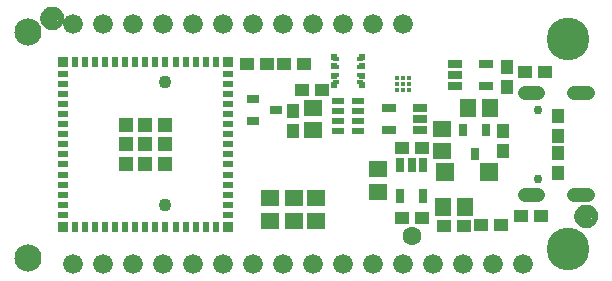
<source format=gbr>
G04 EAGLE Gerber RS-274X export*
G75*
%MOMM*%
%FSLAX34Y34*%
%LPD*%
%INSoldermask Top*%
%IPPOS*%
%AMOC8*
5,1,8,0,0,1.08239X$1,22.5*%
G01*
%ADD10C,2.301600*%
%ADD11R,1.601600X1.341600*%
%ADD12C,3.617600*%
%ADD13R,0.651600X1.301600*%
%ADD14R,1.501600X1.501600*%
%ADD15C,1.676400*%
%ADD16R,1.301600X0.651600*%
%ADD17R,1.176600X1.101600*%
%ADD18R,1.341600X1.601600*%
%ADD19R,0.736600X1.117600*%
%ADD20R,1.101600X1.176600*%
%ADD21C,1.209600*%
%ADD22C,0.751600*%
%ADD23R,0.508000X0.914400*%
%ADD24R,0.914400X0.508000*%
%ADD25R,0.914400X0.914400*%
%ADD26R,1.295400X1.295400*%
%ADD27C,1.601600*%
%ADD28C,0.376600*%
%ADD29R,0.601600X0.451600*%
%ADD30C,1.101600*%
%ADD31C,0.469900*%
%ADD32R,1.117600X0.736600*%
%ADD33R,1.001600X0.551600*%
%ADD34R,0.501600X0.501600*%


D10*
X25400Y18415D03*
X25400Y209550D03*
D11*
X376028Y108660D03*
X376028Y127660D03*
X250167Y49647D03*
X250167Y68647D03*
D12*
X482600Y203200D03*
X482600Y25400D03*
D13*
X359512Y96821D03*
X350012Y96821D03*
X340512Y96821D03*
X340512Y70819D03*
X359512Y70819D03*
D14*
X378502Y90932D03*
X415502Y90932D03*
D15*
X63500Y12700D03*
X88900Y12700D03*
X114300Y12700D03*
X139700Y12700D03*
X165100Y12700D03*
X190500Y12700D03*
X215900Y12700D03*
X241300Y12700D03*
X266700Y12700D03*
X292100Y12700D03*
X317500Y12700D03*
X342900Y12700D03*
X368300Y12700D03*
X393700Y12700D03*
X419100Y12700D03*
X444500Y12700D03*
X342900Y215900D03*
X317500Y215900D03*
X292100Y215900D03*
X266700Y215900D03*
X241300Y215900D03*
X215900Y215900D03*
X190500Y215900D03*
X165100Y215900D03*
X139700Y215900D03*
X114300Y215900D03*
X88900Y215900D03*
X63500Y215900D03*
D16*
X387049Y182728D03*
X387049Y173228D03*
X387049Y163728D03*
X413051Y163728D03*
X413051Y182728D03*
D17*
X459858Y54102D03*
X442858Y54102D03*
D18*
X397662Y144780D03*
X416662Y144780D03*
D17*
X446160Y175260D03*
X463160Y175260D03*
D11*
X269113Y49555D03*
X269113Y68555D03*
D17*
X342020Y111633D03*
X359020Y111633D03*
D18*
X376580Y61468D03*
X395580Y61468D03*
D19*
X403352Y106332D03*
X393852Y126332D03*
X412852Y126332D03*
D20*
X427228Y125848D03*
X427228Y108848D03*
D17*
X408822Y46228D03*
X425822Y46228D03*
D20*
X431038Y162950D03*
X431038Y179950D03*
D21*
X487890Y157500D02*
X498970Y157500D01*
X498970Y71100D02*
X487890Y71100D01*
X457170Y71100D02*
X446090Y71100D01*
X446090Y157500D02*
X457170Y157500D01*
D22*
X456630Y85400D03*
X456630Y143200D03*
D20*
X473710Y107306D03*
X473710Y90306D03*
X473710Y121675D03*
X473710Y138675D03*
D23*
X65151Y44300D03*
X65151Y184300D03*
X73651Y44300D03*
X73651Y184300D03*
X82151Y44300D03*
X82151Y184300D03*
X90651Y44300D03*
X90651Y184300D03*
X99151Y44300D03*
X99151Y184300D03*
X107651Y44300D03*
X107651Y184300D03*
X116151Y44300D03*
X116151Y184300D03*
X124651Y44300D03*
X124651Y184300D03*
X133151Y44300D03*
X133151Y184300D03*
X141651Y44300D03*
X141651Y184300D03*
X150151Y44300D03*
X150151Y184300D03*
X158651Y44300D03*
X158651Y184300D03*
X167151Y44300D03*
X167151Y184300D03*
X175651Y44300D03*
X175651Y184300D03*
X184151Y44300D03*
X184151Y184300D03*
D24*
X194651Y54800D03*
X194651Y63300D03*
X194651Y71800D03*
X194651Y80300D03*
X194651Y88800D03*
X194651Y97300D03*
X194651Y105800D03*
X194651Y114300D03*
X194651Y122800D03*
X194651Y131300D03*
X194651Y139800D03*
X194651Y148300D03*
X194651Y156800D03*
X194651Y165300D03*
X194651Y173800D03*
X54651Y54800D03*
X54651Y63300D03*
X54651Y71800D03*
X54651Y80300D03*
X54651Y88800D03*
X54651Y97300D03*
X54651Y105800D03*
X54651Y114300D03*
X54651Y122800D03*
X54651Y131300D03*
X54651Y139800D03*
X54651Y148300D03*
X54651Y156800D03*
X54651Y165300D03*
X54651Y173800D03*
D25*
X54651Y44300D03*
X54651Y184300D03*
D26*
X108151Y114300D03*
D25*
X194651Y44300D03*
X194651Y184300D03*
D26*
X124651Y114300D03*
X141151Y114300D03*
X108151Y97800D03*
X124651Y97800D03*
X141151Y97800D03*
X108151Y130800D03*
X124651Y130800D03*
X141151Y130800D03*
D27*
X350520Y36703D03*
D28*
X337900Y170100D03*
X337900Y165100D03*
X337900Y160100D03*
X342900Y170100D03*
X342900Y165100D03*
X342900Y160100D03*
X347900Y170100D03*
X347900Y165100D03*
X347900Y160100D03*
D17*
X394580Y45085D03*
X377580Y45085D03*
X210575Y182245D03*
X227575Y182245D03*
X241690Y182245D03*
X258690Y182245D03*
D11*
X230505Y49555D03*
X230505Y68555D03*
X321310Y74320D03*
X321310Y93320D03*
D17*
X359020Y52070D03*
X342020Y52070D03*
D29*
X306160Y186280D03*
X306160Y179780D03*
X306160Y173280D03*
X306160Y166780D03*
X285660Y166780D03*
X285660Y173280D03*
X285660Y179780D03*
X285660Y186280D03*
D30*
X141180Y62900D03*
X141180Y166900D03*
X497840Y53340D03*
D31*
X497840Y60840D02*
X497659Y60838D01*
X497478Y60831D01*
X497297Y60820D01*
X497116Y60805D01*
X496936Y60785D01*
X496756Y60761D01*
X496577Y60733D01*
X496399Y60700D01*
X496222Y60663D01*
X496045Y60622D01*
X495870Y60577D01*
X495695Y60527D01*
X495522Y60473D01*
X495351Y60415D01*
X495180Y60353D01*
X495012Y60286D01*
X494845Y60216D01*
X494679Y60142D01*
X494516Y60063D01*
X494355Y59981D01*
X494195Y59895D01*
X494038Y59805D01*
X493883Y59711D01*
X493730Y59614D01*
X493580Y59512D01*
X493432Y59408D01*
X493286Y59299D01*
X493144Y59188D01*
X493004Y59072D01*
X492867Y58954D01*
X492732Y58832D01*
X492601Y58707D01*
X492473Y58579D01*
X492348Y58448D01*
X492226Y58313D01*
X492108Y58176D01*
X491992Y58036D01*
X491881Y57894D01*
X491772Y57748D01*
X491668Y57600D01*
X491566Y57450D01*
X491469Y57297D01*
X491375Y57142D01*
X491285Y56985D01*
X491199Y56825D01*
X491117Y56664D01*
X491038Y56501D01*
X490964Y56335D01*
X490894Y56168D01*
X490827Y56000D01*
X490765Y55829D01*
X490707Y55658D01*
X490653Y55485D01*
X490603Y55310D01*
X490558Y55135D01*
X490517Y54958D01*
X490480Y54781D01*
X490447Y54603D01*
X490419Y54424D01*
X490395Y54244D01*
X490375Y54064D01*
X490360Y53883D01*
X490349Y53702D01*
X490342Y53521D01*
X490340Y53340D01*
X497840Y60840D02*
X498021Y60838D01*
X498202Y60831D01*
X498383Y60820D01*
X498564Y60805D01*
X498744Y60785D01*
X498924Y60761D01*
X499103Y60733D01*
X499281Y60700D01*
X499458Y60663D01*
X499635Y60622D01*
X499810Y60577D01*
X499985Y60527D01*
X500158Y60473D01*
X500329Y60415D01*
X500500Y60353D01*
X500668Y60286D01*
X500835Y60216D01*
X501001Y60142D01*
X501164Y60063D01*
X501325Y59981D01*
X501485Y59895D01*
X501642Y59805D01*
X501797Y59711D01*
X501950Y59614D01*
X502100Y59512D01*
X502248Y59408D01*
X502394Y59299D01*
X502536Y59188D01*
X502676Y59072D01*
X502813Y58954D01*
X502948Y58832D01*
X503079Y58707D01*
X503207Y58579D01*
X503332Y58448D01*
X503454Y58313D01*
X503572Y58176D01*
X503688Y58036D01*
X503799Y57894D01*
X503908Y57748D01*
X504012Y57600D01*
X504114Y57450D01*
X504211Y57297D01*
X504305Y57142D01*
X504395Y56985D01*
X504481Y56825D01*
X504563Y56664D01*
X504642Y56501D01*
X504716Y56335D01*
X504786Y56168D01*
X504853Y56000D01*
X504915Y55829D01*
X504973Y55658D01*
X505027Y55485D01*
X505077Y55310D01*
X505122Y55135D01*
X505163Y54958D01*
X505200Y54781D01*
X505233Y54603D01*
X505261Y54424D01*
X505285Y54244D01*
X505305Y54064D01*
X505320Y53883D01*
X505331Y53702D01*
X505338Y53521D01*
X505340Y53340D01*
X505338Y53159D01*
X505331Y52978D01*
X505320Y52797D01*
X505305Y52616D01*
X505285Y52436D01*
X505261Y52256D01*
X505233Y52077D01*
X505200Y51899D01*
X505163Y51722D01*
X505122Y51545D01*
X505077Y51370D01*
X505027Y51195D01*
X504973Y51022D01*
X504915Y50851D01*
X504853Y50680D01*
X504786Y50512D01*
X504716Y50345D01*
X504642Y50179D01*
X504563Y50016D01*
X504481Y49855D01*
X504395Y49695D01*
X504305Y49538D01*
X504211Y49383D01*
X504114Y49230D01*
X504012Y49080D01*
X503908Y48932D01*
X503799Y48786D01*
X503688Y48644D01*
X503572Y48504D01*
X503454Y48367D01*
X503332Y48232D01*
X503207Y48101D01*
X503079Y47973D01*
X502948Y47848D01*
X502813Y47726D01*
X502676Y47608D01*
X502536Y47492D01*
X502394Y47381D01*
X502248Y47272D01*
X502100Y47168D01*
X501950Y47066D01*
X501797Y46969D01*
X501642Y46875D01*
X501485Y46785D01*
X501325Y46699D01*
X501164Y46617D01*
X501001Y46538D01*
X500835Y46464D01*
X500668Y46394D01*
X500500Y46327D01*
X500329Y46265D01*
X500158Y46207D01*
X499985Y46153D01*
X499810Y46103D01*
X499635Y46058D01*
X499458Y46017D01*
X499281Y45980D01*
X499103Y45947D01*
X498924Y45919D01*
X498744Y45895D01*
X498564Y45875D01*
X498383Y45860D01*
X498202Y45849D01*
X498021Y45842D01*
X497840Y45840D01*
X497659Y45842D01*
X497478Y45849D01*
X497297Y45860D01*
X497116Y45875D01*
X496936Y45895D01*
X496756Y45919D01*
X496577Y45947D01*
X496399Y45980D01*
X496222Y46017D01*
X496045Y46058D01*
X495870Y46103D01*
X495695Y46153D01*
X495522Y46207D01*
X495351Y46265D01*
X495180Y46327D01*
X495012Y46394D01*
X494845Y46464D01*
X494679Y46538D01*
X494516Y46617D01*
X494355Y46699D01*
X494195Y46785D01*
X494038Y46875D01*
X493883Y46969D01*
X493730Y47066D01*
X493580Y47168D01*
X493432Y47272D01*
X493286Y47381D01*
X493144Y47492D01*
X493004Y47608D01*
X492867Y47726D01*
X492732Y47848D01*
X492601Y47973D01*
X492473Y48101D01*
X492348Y48232D01*
X492226Y48367D01*
X492108Y48504D01*
X491992Y48644D01*
X491881Y48786D01*
X491772Y48932D01*
X491668Y49080D01*
X491566Y49230D01*
X491469Y49383D01*
X491375Y49538D01*
X491285Y49695D01*
X491199Y49855D01*
X491117Y50016D01*
X491038Y50179D01*
X490964Y50345D01*
X490894Y50512D01*
X490827Y50680D01*
X490765Y50851D01*
X490707Y51022D01*
X490653Y51195D01*
X490603Y51370D01*
X490558Y51545D01*
X490517Y51722D01*
X490480Y51899D01*
X490447Y52077D01*
X490419Y52256D01*
X490395Y52436D01*
X490375Y52616D01*
X490360Y52797D01*
X490349Y52978D01*
X490342Y53159D01*
X490340Y53340D01*
D30*
X45720Y220980D03*
D31*
X45720Y228480D02*
X45539Y228478D01*
X45358Y228471D01*
X45177Y228460D01*
X44996Y228445D01*
X44816Y228425D01*
X44636Y228401D01*
X44457Y228373D01*
X44279Y228340D01*
X44102Y228303D01*
X43925Y228262D01*
X43750Y228217D01*
X43575Y228167D01*
X43402Y228113D01*
X43231Y228055D01*
X43060Y227993D01*
X42892Y227926D01*
X42725Y227856D01*
X42559Y227782D01*
X42396Y227703D01*
X42235Y227621D01*
X42075Y227535D01*
X41918Y227445D01*
X41763Y227351D01*
X41610Y227254D01*
X41460Y227152D01*
X41312Y227048D01*
X41166Y226939D01*
X41024Y226828D01*
X40884Y226712D01*
X40747Y226594D01*
X40612Y226472D01*
X40481Y226347D01*
X40353Y226219D01*
X40228Y226088D01*
X40106Y225953D01*
X39988Y225816D01*
X39872Y225676D01*
X39761Y225534D01*
X39652Y225388D01*
X39548Y225240D01*
X39446Y225090D01*
X39349Y224937D01*
X39255Y224782D01*
X39165Y224625D01*
X39079Y224465D01*
X38997Y224304D01*
X38918Y224141D01*
X38844Y223975D01*
X38774Y223808D01*
X38707Y223640D01*
X38645Y223469D01*
X38587Y223298D01*
X38533Y223125D01*
X38483Y222950D01*
X38438Y222775D01*
X38397Y222598D01*
X38360Y222421D01*
X38327Y222243D01*
X38299Y222064D01*
X38275Y221884D01*
X38255Y221704D01*
X38240Y221523D01*
X38229Y221342D01*
X38222Y221161D01*
X38220Y220980D01*
X45720Y228480D02*
X45901Y228478D01*
X46082Y228471D01*
X46263Y228460D01*
X46444Y228445D01*
X46624Y228425D01*
X46804Y228401D01*
X46983Y228373D01*
X47161Y228340D01*
X47338Y228303D01*
X47515Y228262D01*
X47690Y228217D01*
X47865Y228167D01*
X48038Y228113D01*
X48209Y228055D01*
X48380Y227993D01*
X48548Y227926D01*
X48715Y227856D01*
X48881Y227782D01*
X49044Y227703D01*
X49205Y227621D01*
X49365Y227535D01*
X49522Y227445D01*
X49677Y227351D01*
X49830Y227254D01*
X49980Y227152D01*
X50128Y227048D01*
X50274Y226939D01*
X50416Y226828D01*
X50556Y226712D01*
X50693Y226594D01*
X50828Y226472D01*
X50959Y226347D01*
X51087Y226219D01*
X51212Y226088D01*
X51334Y225953D01*
X51452Y225816D01*
X51568Y225676D01*
X51679Y225534D01*
X51788Y225388D01*
X51892Y225240D01*
X51994Y225090D01*
X52091Y224937D01*
X52185Y224782D01*
X52275Y224625D01*
X52361Y224465D01*
X52443Y224304D01*
X52522Y224141D01*
X52596Y223975D01*
X52666Y223808D01*
X52733Y223640D01*
X52795Y223469D01*
X52853Y223298D01*
X52907Y223125D01*
X52957Y222950D01*
X53002Y222775D01*
X53043Y222598D01*
X53080Y222421D01*
X53113Y222243D01*
X53141Y222064D01*
X53165Y221884D01*
X53185Y221704D01*
X53200Y221523D01*
X53211Y221342D01*
X53218Y221161D01*
X53220Y220980D01*
X53218Y220799D01*
X53211Y220618D01*
X53200Y220437D01*
X53185Y220256D01*
X53165Y220076D01*
X53141Y219896D01*
X53113Y219717D01*
X53080Y219539D01*
X53043Y219362D01*
X53002Y219185D01*
X52957Y219010D01*
X52907Y218835D01*
X52853Y218662D01*
X52795Y218491D01*
X52733Y218320D01*
X52666Y218152D01*
X52596Y217985D01*
X52522Y217819D01*
X52443Y217656D01*
X52361Y217495D01*
X52275Y217335D01*
X52185Y217178D01*
X52091Y217023D01*
X51994Y216870D01*
X51892Y216720D01*
X51788Y216572D01*
X51679Y216426D01*
X51568Y216284D01*
X51452Y216144D01*
X51334Y216007D01*
X51212Y215872D01*
X51087Y215741D01*
X50959Y215613D01*
X50828Y215488D01*
X50693Y215366D01*
X50556Y215248D01*
X50416Y215132D01*
X50274Y215021D01*
X50128Y214912D01*
X49980Y214808D01*
X49830Y214706D01*
X49677Y214609D01*
X49522Y214515D01*
X49365Y214425D01*
X49205Y214339D01*
X49044Y214257D01*
X48881Y214178D01*
X48715Y214104D01*
X48548Y214034D01*
X48380Y213967D01*
X48209Y213905D01*
X48038Y213847D01*
X47865Y213793D01*
X47690Y213743D01*
X47515Y213698D01*
X47338Y213657D01*
X47161Y213620D01*
X46983Y213587D01*
X46804Y213559D01*
X46624Y213535D01*
X46444Y213515D01*
X46263Y213500D01*
X46082Y213489D01*
X45901Y213482D01*
X45720Y213480D01*
X45539Y213482D01*
X45358Y213489D01*
X45177Y213500D01*
X44996Y213515D01*
X44816Y213535D01*
X44636Y213559D01*
X44457Y213587D01*
X44279Y213620D01*
X44102Y213657D01*
X43925Y213698D01*
X43750Y213743D01*
X43575Y213793D01*
X43402Y213847D01*
X43231Y213905D01*
X43060Y213967D01*
X42892Y214034D01*
X42725Y214104D01*
X42559Y214178D01*
X42396Y214257D01*
X42235Y214339D01*
X42075Y214425D01*
X41918Y214515D01*
X41763Y214609D01*
X41610Y214706D01*
X41460Y214808D01*
X41312Y214912D01*
X41166Y215021D01*
X41024Y215132D01*
X40884Y215248D01*
X40747Y215366D01*
X40612Y215488D01*
X40481Y215613D01*
X40353Y215741D01*
X40228Y215872D01*
X40106Y216007D01*
X39988Y216144D01*
X39872Y216284D01*
X39761Y216426D01*
X39652Y216572D01*
X39548Y216720D01*
X39446Y216870D01*
X39349Y217023D01*
X39255Y217178D01*
X39165Y217335D01*
X39079Y217495D01*
X38997Y217656D01*
X38918Y217819D01*
X38844Y217985D01*
X38774Y218152D01*
X38707Y218320D01*
X38645Y218491D01*
X38587Y218662D01*
X38533Y218835D01*
X38483Y219010D01*
X38438Y219185D01*
X38397Y219362D01*
X38360Y219539D01*
X38327Y219717D01*
X38299Y219896D01*
X38275Y220076D01*
X38255Y220256D01*
X38240Y220437D01*
X38229Y220618D01*
X38222Y220799D01*
X38220Y220980D01*
D32*
X235425Y143510D03*
X215425Y134010D03*
X215425Y153010D03*
D20*
X249555Y125485D03*
X249555Y142485D03*
D17*
X273930Y160655D03*
X256930Y160655D03*
D11*
X266700Y126390D03*
X266700Y145390D03*
D16*
X357171Y126390D03*
X357171Y135890D03*
X357171Y145390D03*
X331169Y145390D03*
X331169Y126390D03*
D33*
X304410Y151430D03*
X287410Y151430D03*
X304410Y142430D03*
X304410Y134430D03*
X304410Y125430D03*
X287410Y125430D03*
X287410Y142430D03*
X287410Y134430D03*
D34*
X307910Y188530D03*
X307910Y180530D03*
X307910Y172530D03*
X307910Y164530D03*
X283910Y164530D03*
X283910Y172530D03*
X283910Y180530D03*
X283910Y188530D03*
M02*

</source>
